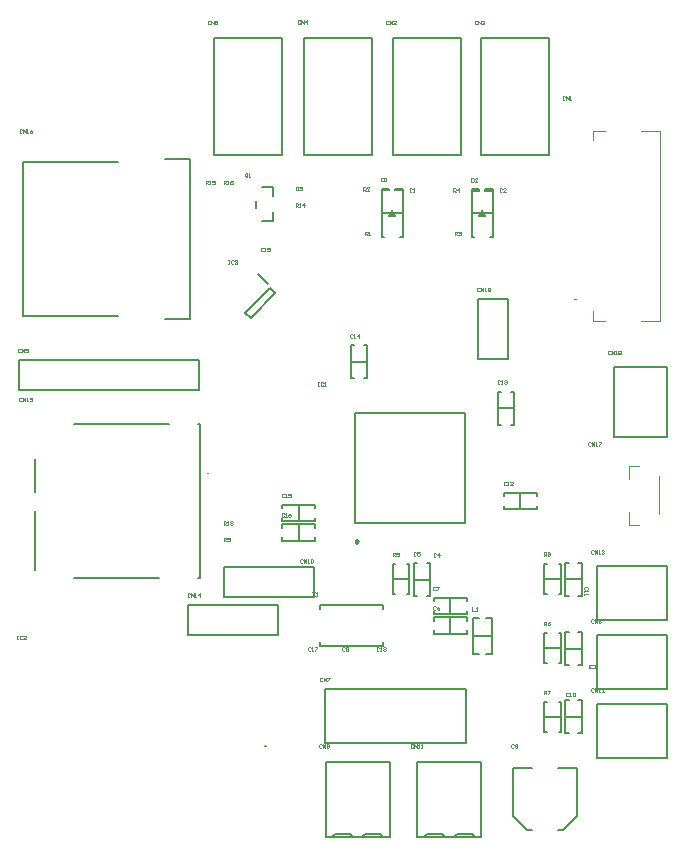
<source format=gto>
G04*
G04 #@! TF.GenerationSoftware,Altium Limited,Altium Designer,23.3.1 (30)*
G04*
G04 Layer_Color=65535*
%FSLAX25Y25*%
%MOIN*%
G70*
G04*
G04 #@! TF.SameCoordinates,6E427E01-6470-4732-AD83-5CA9447D70B9*
G04*
G04*
G04 #@! TF.FilePolarity,Positive*
G04*
G01*
G75*
%ADD10C,0.00984*%
%ADD11C,0.00394*%
%ADD12C,0.00787*%
%ADD13C,0.00591*%
%ADD14C,0.00200*%
D10*
X444071Y294583D02*
X443333Y295009D01*
Y294157D01*
X444071Y294583D01*
D11*
X516260Y375189D02*
X516653D01*
X516260D01*
X393815Y317484D02*
X394209D01*
X393815D01*
X534551Y300095D02*
Y304425D01*
Y300095D02*
X537701D01*
X534551Y315449D02*
Y319779D01*
X537701D01*
X544394Y303638D02*
Y316236D01*
X538307Y368102D02*
X544606D01*
Y431488D01*
X538307D02*
X544606D01*
X522590D02*
X526496D01*
X522559Y428382D02*
X522590Y431488D01*
X522559Y368102D02*
Y371287D01*
Y368102D02*
X526496D01*
D12*
X413346Y226500D02*
X412953D01*
X413346D01*
X412953D01*
X484100Y355300D02*
X494100D01*
X484100D02*
Y375300D01*
X494100D01*
Y355300D02*
Y375300D01*
X429500Y276000D02*
Y286000D01*
X399500Y276000D02*
X429500D01*
X399500D02*
Y286000D01*
X429500D01*
X410804Y383604D02*
X414145Y380264D01*
X406595Y370765D02*
X414735Y378905D01*
X406595Y370765D02*
X408265Y369095D01*
X416405Y377235D01*
X414735Y378905D02*
X416405Y377235D01*
X433004Y227476D02*
Y245193D01*
Y227476D02*
X480248D01*
Y245193D01*
X433004D02*
X480248D01*
X442988Y300783D02*
Y337398D01*
X479602D01*
Y300783D02*
Y337398D01*
X442988Y300783D02*
X479602D01*
X388090Y422138D02*
X388090Y368595D01*
X379823Y422138D02*
X388090D01*
X332579Y420957D02*
X364075D01*
X379823Y368595D02*
X388090D01*
X332579Y369776D02*
Y420957D01*
Y369776D02*
X364075D01*
X410244Y405819D02*
Y408181D01*
X412016Y412709D02*
X415756D01*
Y409756D02*
Y412709D01*
Y401291D02*
Y404244D01*
X412016Y401291D02*
X415756D01*
X507851Y423354D02*
Y462331D01*
X485212Y423354D02*
X507851D01*
X485212D02*
Y462331D01*
X507851D01*
X478350Y423354D02*
Y462331D01*
X455712Y423354D02*
X478350D01*
X455712D02*
Y462331D01*
X478350D01*
X391000Y345000D02*
Y355000D01*
X331000Y345000D02*
Y355000D01*
X391000D01*
X331000Y345000D02*
X391000D01*
X529307Y329323D02*
Y352551D01*
X547024D01*
Y329323D02*
Y352551D01*
X529307Y329323D02*
X547024D01*
X436500Y197000D02*
X441500D01*
X435500Y195902D02*
X436500Y197000D01*
X441500D02*
X442500Y195902D01*
X451500Y197000D02*
X452500Y195902D01*
X445500D02*
X446500Y197000D01*
X451500D01*
X433370Y221098D02*
X454236D01*
X433370Y195902D02*
Y221098D01*
Y195902D02*
X454630D01*
Y221098D01*
X454236D02*
X454630D01*
X467000Y197000D02*
X472000D01*
X466000Y195902D02*
X467000Y197000D01*
X472000D02*
X473000Y195902D01*
X482000Y197000D02*
X483000Y195902D01*
X476000D02*
X477000Y197000D01*
X482000D01*
X463870Y221098D02*
X484736D01*
X463870Y195902D02*
Y221098D01*
Y195902D02*
X485130D01*
Y221098D01*
X484736D02*
X485130D01*
X418851Y423354D02*
Y462331D01*
X396212Y423354D02*
X418851D01*
X396212D02*
Y462331D01*
X418851D01*
X448850Y423512D02*
Y462488D01*
X426212Y423512D02*
X448850D01*
X426212D02*
Y462488D01*
X448850D01*
X510831Y198264D02*
X512405D01*
X517130Y202988D01*
Y219130D01*
X510831D02*
X517130D01*
X500595Y198264D02*
X502169D01*
X495870Y202988D02*
X500595Y198264D01*
X495870Y202988D02*
Y219130D01*
X502169D01*
X452433Y259807D02*
Y260988D01*
X431567Y259807D02*
Y260988D01*
X452433Y272012D02*
Y273193D01*
X431567Y272012D02*
Y273193D01*
Y259807D02*
X452433D01*
X431567Y273193D02*
X452433D01*
X349327Y333823D02*
X381217D01*
X390665D02*
X391512D01*
Y282405D02*
Y333823D01*
X390665Y282405D02*
X391512D01*
X349327D02*
X377673D01*
X336276Y304571D02*
X336335Y284886D01*
X336276Y310870D02*
Y321894D01*
X523823Y286193D02*
X547051D01*
Y268476D02*
Y286193D01*
X523823Y268476D02*
X547051D01*
X523823D02*
Y286193D01*
Y240193D02*
X547051D01*
Y222476D02*
Y240193D01*
X523823Y222476D02*
X547051D01*
X523823D02*
Y240193D01*
X523886Y263193D02*
X547114D01*
Y245476D02*
Y263193D01*
X523886Y245476D02*
X547114D01*
X523886D02*
Y263193D01*
X387500Y263500D02*
X417500D01*
Y273500D01*
X387500D02*
X417500D01*
X387500Y263500D02*
Y273500D01*
X482350Y268905D02*
X484319Y268905D01*
X482350Y257095D02*
Y268905D01*
Y257095D02*
X484319Y257095D01*
X486681Y268905D02*
X488650Y268905D01*
Y257095D02*
Y268905D01*
X486681Y257095D02*
X488650Y257095D01*
X482350Y263000D02*
X488650D01*
D13*
X490744Y339000D02*
X496256D01*
X495075Y344512D02*
X496256D01*
Y333488D02*
Y344512D01*
X495075Y333488D02*
X496256D01*
X490744D02*
X491925D01*
X490744D02*
Y344512D01*
X491925D01*
X513244Y241669D02*
X514425D01*
X513244Y230646D02*
Y241669D01*
Y230646D02*
X514425D01*
X517575D02*
X518756D01*
Y241669D01*
X517575D02*
X518756D01*
X513244Y236157D02*
X518756D01*
X513244Y264354D02*
X514425D01*
X513244Y253331D02*
Y264354D01*
Y253331D02*
X514425D01*
X517575D02*
X518756D01*
Y264354D01*
X517575D02*
X518756D01*
X513244Y258842D02*
X518756D01*
X513244Y287512D02*
X514425D01*
X513244Y276488D02*
Y287512D01*
Y276488D02*
X514425D01*
X517575D02*
X518756D01*
Y287512D01*
X517575D02*
X518756D01*
X513244Y282000D02*
X518756D01*
X455744D02*
X461256D01*
X455744Y277000D02*
X456500D01*
X455744D02*
Y287000D01*
X456500D01*
X460500D02*
X461256D01*
Y277000D02*
Y287000D01*
X460500Y277000D02*
X461256D01*
X451957Y404134D02*
X459043D01*
X456500Y411634D02*
X459043D01*
Y396134D02*
Y411634D01*
X458256Y396134D02*
X459043D01*
X451957Y411634D02*
X454500D01*
X451957Y396134D02*
Y411634D01*
Y396134D02*
X452744D01*
X456500Y411634D02*
Y412134D01*
X459043D01*
Y411634D02*
Y412134D01*
X451957Y411634D02*
Y412134D01*
X454500D01*
Y411634D02*
Y412134D01*
X455500Y404134D02*
Y405134D01*
X454500Y403134D02*
X456500D01*
X454500D02*
X455500Y404134D01*
X456500Y403134D01*
X481957Y404000D02*
X489043D01*
X486500Y411500D02*
X489043D01*
Y396000D02*
Y411500D01*
X488256Y396000D02*
X489043D01*
X481957Y411500D02*
X484500D01*
X481957Y396000D02*
Y411500D01*
Y396000D02*
X482744D01*
X486500Y411500D02*
Y412000D01*
X489043D01*
Y411500D02*
Y412000D01*
X481957Y411500D02*
Y412000D01*
X484500D01*
Y411500D02*
Y412000D01*
X485500Y404000D02*
Y405000D01*
X484500Y403000D02*
X486500D01*
X484500D02*
X485500Y404000D01*
X486500Y403000D01*
X506244Y282059D02*
X511756D01*
X506244Y277059D02*
X507000D01*
X506244D02*
Y287059D01*
X507000D01*
X511000D02*
X511756D01*
Y277059D02*
Y287059D01*
X511000Y277059D02*
X511756D01*
X506244Y236000D02*
X511756D01*
X506244Y231000D02*
X507000D01*
X506244D02*
Y241000D01*
X507000D01*
X511000D02*
X511756D01*
Y231000D02*
Y241000D01*
X511000Y231000D02*
X511756D01*
X506244Y258941D02*
X511756D01*
X506244Y253941D02*
X507000D01*
X506244D02*
Y263941D01*
X507000D01*
X511000D02*
X511756D01*
Y253941D02*
Y263941D01*
X511000Y253941D02*
X511756D01*
X418831Y294744D02*
Y295925D01*
Y294744D02*
X429854D01*
Y295925D01*
Y299075D02*
Y300256D01*
X418831D02*
X429854D01*
X418831Y299075D02*
Y300256D01*
X424342Y294744D02*
Y300256D01*
X467075Y276331D02*
X468256D01*
Y287354D01*
X467075D02*
X468256D01*
X462744D02*
X463925D01*
X462744Y276331D02*
Y287354D01*
Y276331D02*
X463925D01*
X462744Y281842D02*
X468256D01*
X418831Y301244D02*
Y302425D01*
Y301244D02*
X429854D01*
Y302425D01*
Y305575D02*
Y306756D01*
X418831D02*
X429854D01*
X418831Y305575D02*
Y306756D01*
X424342Y301244D02*
Y306756D01*
X441644Y360012D02*
X442825D01*
X441644Y348988D02*
Y360012D01*
Y348988D02*
X442825D01*
X445975D02*
X447156D01*
Y360012D01*
X445975D02*
X447156D01*
X441644Y354500D02*
X447156D01*
X503669Y309575D02*
Y310756D01*
X492646D02*
X503669D01*
X492646Y309575D02*
Y310756D01*
Y305244D02*
Y306425D01*
Y305244D02*
X503669D01*
Y306425D01*
X498158Y305244D02*
Y310756D01*
X469331Y270244D02*
Y271425D01*
Y270244D02*
X480354D01*
Y271425D01*
Y274575D02*
Y275756D01*
X469331D02*
X480354D01*
X469331Y274575D02*
Y275756D01*
X474843Y270244D02*
Y275756D01*
X469331Y263744D02*
Y264925D01*
Y263744D02*
X480354D01*
Y264925D01*
Y268075D02*
Y269256D01*
X469331D02*
X480354D01*
X469331Y268075D02*
Y269256D01*
X474843Y263744D02*
Y269256D01*
D14*
X430700Y347600D02*
X431100D01*
X430900D01*
Y346400D01*
X430700D01*
X431100D01*
X432500Y347400D02*
X432300Y347600D01*
X431900D01*
X431700Y347400D01*
Y346600D01*
X431900Y346400D01*
X432300D01*
X432500Y346600D01*
X432900Y346400D02*
X433300D01*
X433100D01*
Y347600D01*
X432900Y347400D01*
X521700Y327400D02*
X521500Y327600D01*
X521101D01*
X520901Y327400D01*
Y326600D01*
X521101Y326400D01*
X521500D01*
X521700Y326600D01*
X522100Y326400D02*
Y327600D01*
X522900Y326400D01*
Y327600D01*
X523300Y326400D02*
X523700D01*
X523500D01*
Y327600D01*
X523300Y327400D01*
X524300Y327600D02*
X525099D01*
Y327400D01*
X524300Y326600D01*
Y326400D01*
X428900Y277700D02*
X429700Y276500D01*
Y277700D02*
X428900Y276500D01*
X430100D02*
X430500D01*
X430300D01*
Y277700D01*
X430100Y277500D01*
X399300Y413600D02*
Y414800D01*
X399900D01*
X400100Y414600D01*
Y414200D01*
X399900Y414000D01*
X399300D01*
X399700D02*
X400100Y413600D01*
X400500D02*
X400900D01*
X400700D01*
Y414800D01*
X400500Y414600D01*
X402299Y414800D02*
X401899Y414600D01*
X401499Y414200D01*
Y413800D01*
X401699Y413600D01*
X402099D01*
X402299Y413800D01*
Y414000D01*
X402099Y414200D01*
X401499D01*
X393300Y413600D02*
Y414800D01*
X393900D01*
X394100Y414600D01*
Y414200D01*
X393900Y414000D01*
X393300D01*
X393700D02*
X394100Y413600D01*
X394500D02*
X394900D01*
X394700D01*
Y414800D01*
X394500Y414600D01*
X396299Y414800D02*
X395499D01*
Y414200D01*
X395899Y414400D01*
X396099D01*
X396299Y414200D01*
Y413800D01*
X396099Y413600D01*
X395699D01*
X395499Y413800D01*
X423300Y406100D02*
Y407300D01*
X423900D01*
X424100Y407100D01*
Y406700D01*
X423900Y406500D01*
X423300D01*
X423700D02*
X424100Y406100D01*
X424500D02*
X424899D01*
X424699D01*
Y407300D01*
X424500Y407100D01*
X426099Y406100D02*
Y407300D01*
X425499Y406700D01*
X426299D01*
X399300Y300100D02*
Y301300D01*
X399900D01*
X400100Y301100D01*
Y300700D01*
X399900Y300500D01*
X399300D01*
X399700D02*
X400100Y300100D01*
X400500D02*
X400900D01*
X400700D01*
Y301300D01*
X400500Y301100D01*
X401499D02*
X401699Y301300D01*
X402099D01*
X402299Y301100D01*
Y300900D01*
X402099Y300700D01*
X401899D01*
X402099D01*
X402299Y300500D01*
Y300300D01*
X402099Y300100D01*
X401699D01*
X401499Y300300D01*
X399300Y294600D02*
Y295800D01*
X399900D01*
X400100Y295600D01*
Y295200D01*
X399900Y295000D01*
X399300D01*
X399700D02*
X400100Y294600D01*
X400500Y294800D02*
X400700Y294600D01*
X401099D01*
X401299Y294800D01*
Y295600D01*
X401099Y295800D01*
X400700D01*
X400500Y295600D01*
Y295400D01*
X400700Y295200D01*
X401299D01*
X506100Y289700D02*
Y290900D01*
X506700D01*
X506900Y290700D01*
Y290300D01*
X506700Y290100D01*
X506100D01*
X506500D02*
X506900Y289700D01*
X507300Y290700D02*
X507500Y290900D01*
X507899D01*
X508099Y290700D01*
Y290500D01*
X507899Y290300D01*
X508099Y290100D01*
Y289900D01*
X507899Y289700D01*
X507500D01*
X507300Y289900D01*
Y290100D01*
X507500Y290300D01*
X507300Y290500D01*
Y290700D01*
X507500Y290300D02*
X507899D01*
X506100Y243600D02*
Y244800D01*
X506700D01*
X506900Y244600D01*
Y244200D01*
X506700Y244000D01*
X506100D01*
X506500D02*
X506900Y243600D01*
X507300Y244800D02*
X508099D01*
Y244600D01*
X507300Y243800D01*
Y243600D01*
X506100Y266600D02*
Y267800D01*
X506700D01*
X506900Y267600D01*
Y267200D01*
X506700Y267000D01*
X506100D01*
X506500D02*
X506900Y266600D01*
X508099Y267800D02*
X507699Y267600D01*
X507300Y267200D01*
Y266800D01*
X507500Y266600D01*
X507899D01*
X508099Y266800D01*
Y267000D01*
X507899Y267200D01*
X507300D01*
X455600Y289600D02*
Y290800D01*
X456200D01*
X456400Y290600D01*
Y290200D01*
X456200Y290000D01*
X455600D01*
X456000D02*
X456400Y289600D01*
X457599Y290800D02*
X456800D01*
Y290200D01*
X457199Y290400D01*
X457399D01*
X457599Y290200D01*
Y289800D01*
X457399Y289600D01*
X456999D01*
X456800Y289800D01*
X475800Y411100D02*
Y412300D01*
X476400D01*
X476600Y412100D01*
Y411700D01*
X476400Y411500D01*
X475800D01*
X476200D02*
X476600Y411100D01*
X477599D02*
Y412300D01*
X477000Y411700D01*
X477799D01*
X476300Y396600D02*
Y397800D01*
X476900D01*
X477100Y397600D01*
Y397200D01*
X476900Y397000D01*
X476300D01*
X476700D02*
X477100Y396600D01*
X477500Y397600D02*
X477700Y397800D01*
X478099D01*
X478299Y397600D01*
Y397400D01*
X478099Y397200D01*
X477900D01*
X478099D01*
X478299Y397000D01*
Y396800D01*
X478099Y396600D01*
X477700D01*
X477500Y396800D01*
X445800Y411400D02*
Y412600D01*
X446400D01*
X446600Y412400D01*
Y412000D01*
X446400Y411800D01*
X445800D01*
X446200D02*
X446600Y411400D01*
X447799D02*
X447000D01*
X447799Y412200D01*
Y412400D01*
X447599Y412600D01*
X447199D01*
X447000Y412400D01*
X446500Y396600D02*
Y397800D01*
X447100D01*
X447300Y397600D01*
Y397200D01*
X447100Y397000D01*
X446500D01*
X446900D02*
X447300Y396600D01*
X447700D02*
X448100D01*
X447899D01*
Y397800D01*
X447700Y397600D01*
X407200Y416200D02*
Y417000D01*
X407000Y417200D01*
X406600D01*
X406400Y417000D01*
Y416200D01*
X406600Y416000D01*
X407000D01*
X406800Y416400D02*
X407200Y416000D01*
X407000D02*
X407200Y416200D01*
X407600Y416000D02*
X408000D01*
X407799D01*
Y417200D01*
X407600Y417000D01*
X482200Y272700D02*
Y271500D01*
X483000D01*
X483400D02*
X483800D01*
X483600D01*
Y272700D01*
X483400Y272500D01*
X400800Y388300D02*
X401200D01*
X401000D01*
Y387100D01*
X400800D01*
X401200D01*
X402599Y388100D02*
X402399Y388300D01*
X402000D01*
X401800Y388100D01*
Y387300D01*
X402000Y387100D01*
X402399D01*
X402599Y387300D01*
X402999Y388100D02*
X403199Y388300D01*
X403599D01*
X403799Y388100D01*
Y387900D01*
X403599Y387700D01*
X403399D01*
X403599D01*
X403799Y387500D01*
Y387300D01*
X403599Y387100D01*
X403199D01*
X402999Y387300D01*
X330300Y263100D02*
X330700D01*
X330500D01*
Y261900D01*
X330300D01*
X330700D01*
X332099Y262900D02*
X331899Y263100D01*
X331500D01*
X331300Y262900D01*
Y262100D01*
X331500Y261900D01*
X331899D01*
X332099Y262100D01*
X333299Y261900D02*
X332499D01*
X333299Y262700D01*
Y262900D01*
X333099Y263100D01*
X332699D01*
X332499Y262900D01*
X423300Y412800D02*
Y411600D01*
X423900D01*
X424100Y411800D01*
Y412600D01*
X423900Y412800D01*
X423300D01*
X424500Y412600D02*
X424699Y412800D01*
X425099D01*
X425299Y412600D01*
Y412400D01*
X425099Y412200D01*
X424899D01*
X425099D01*
X425299Y412000D01*
Y411800D01*
X425099Y411600D01*
X424699D01*
X424500Y411800D01*
X481900Y415700D02*
Y414500D01*
X482500D01*
X482700Y414700D01*
Y415500D01*
X482500Y415700D01*
X481900D01*
X483899Y414500D02*
X483100D01*
X483899Y415300D01*
Y415500D01*
X483699Y415700D01*
X483299D01*
X483100Y415500D01*
X451900Y415800D02*
Y414600D01*
X452500D01*
X452700Y414800D01*
Y415600D01*
X452500Y415800D01*
X451900D01*
X453100Y414600D02*
X453500D01*
X453300D01*
Y415800D01*
X453100Y415600D01*
X484700Y378900D02*
X484500Y379100D01*
X484100D01*
X483900Y378900D01*
Y378100D01*
X484100Y377900D01*
X484500D01*
X484700Y378100D01*
X485100Y377900D02*
Y379100D01*
X485899Y377900D01*
Y379100D01*
X486299Y377900D02*
X486699D01*
X486499D01*
Y379100D01*
X486299Y378900D01*
X487299Y378100D02*
X487499Y377900D01*
X487899D01*
X488099Y378100D01*
Y378900D01*
X487899Y379100D01*
X487499D01*
X487299Y378900D01*
Y378700D01*
X487499Y378500D01*
X488099D01*
X528300Y357900D02*
X528100Y358100D01*
X527700D01*
X527500Y357900D01*
Y357100D01*
X527700Y356900D01*
X528100D01*
X528300Y357100D01*
X528700Y356900D02*
Y358100D01*
X529499Y356900D01*
Y358100D01*
X529899Y356900D02*
X530299D01*
X530099D01*
Y358100D01*
X529899Y357900D01*
X530899D02*
X531099Y358100D01*
X531499D01*
X531699Y357900D01*
Y357700D01*
X531499Y357500D01*
X531699Y357300D01*
Y357100D01*
X531499Y356900D01*
X531099D01*
X530899Y357100D01*
Y357300D01*
X531099Y357500D01*
X530899Y357700D01*
Y357900D01*
X531099Y357500D02*
X531499D01*
X332100Y431700D02*
X331900Y431900D01*
X331500D01*
X331300Y431700D01*
Y430900D01*
X331500Y430700D01*
X331900D01*
X332100Y430900D01*
X332500Y430700D02*
Y431900D01*
X333299Y430700D01*
Y431900D01*
X333699Y430700D02*
X334099D01*
X333899D01*
Y431900D01*
X333699Y431700D01*
X335499Y431900D02*
X335099Y431700D01*
X334699Y431300D01*
Y430900D01*
X334899Y430700D01*
X335299D01*
X335499Y430900D01*
Y431100D01*
X335299Y431300D01*
X334699D01*
X332000Y342300D02*
X331800Y342500D01*
X331400D01*
X331200Y342300D01*
Y341500D01*
X331400Y341300D01*
X331800D01*
X332000Y341500D01*
X332400Y341300D02*
Y342500D01*
X333199Y341300D01*
Y342500D01*
X333599Y341300D02*
X333999D01*
X333799D01*
Y342500D01*
X333599Y342300D01*
X335399Y342500D02*
X334599D01*
Y341900D01*
X334999Y342100D01*
X335199D01*
X335399Y341900D01*
Y341500D01*
X335199Y341300D01*
X334799D01*
X334599Y341500D01*
X388100Y277100D02*
X387900Y277300D01*
X387500D01*
X387300Y277100D01*
Y276300D01*
X387500Y276100D01*
X387900D01*
X388100Y276300D01*
X388500Y276100D02*
Y277300D01*
X389299Y276100D01*
Y277300D01*
X389699Y276100D02*
X390099D01*
X389899D01*
Y277300D01*
X389699Y277100D01*
X391299Y276100D02*
Y277300D01*
X390699Y276700D01*
X391499D01*
X522700Y291400D02*
X522500Y291600D01*
X522100D01*
X521900Y291400D01*
Y290600D01*
X522100Y290400D01*
X522500D01*
X522700Y290600D01*
X523100Y290400D02*
Y291600D01*
X523899Y290400D01*
Y291600D01*
X524299Y290400D02*
X524699D01*
X524499D01*
Y291600D01*
X524299Y291400D01*
X525299D02*
X525499Y291600D01*
X525899D01*
X526099Y291400D01*
Y291200D01*
X525899Y291000D01*
X525699D01*
X525899D01*
X526099Y290800D01*
Y290600D01*
X525899Y290400D01*
X525499D01*
X525299Y290600D01*
X522700Y245400D02*
X522500Y245600D01*
X522100D01*
X521900Y245400D01*
Y244600D01*
X522100Y244400D01*
X522500D01*
X522700Y244600D01*
X523100Y244400D02*
Y245600D01*
X523899Y244400D01*
Y245600D01*
X524299Y244400D02*
X524699D01*
X524499D01*
Y245600D01*
X524299Y245400D01*
X526099Y244400D02*
X525299D01*
X526099Y245200D01*
Y245400D01*
X525899Y245600D01*
X525499D01*
X525299Y245400D01*
X462500Y226700D02*
X462300Y226900D01*
X461900D01*
X461700Y226700D01*
Y225900D01*
X461900Y225700D01*
X462300D01*
X462500Y225900D01*
X462900Y225700D02*
Y226900D01*
X463699Y225700D01*
Y226900D01*
X464099Y225700D02*
X464499D01*
X464299D01*
Y226900D01*
X464099Y226700D01*
X465099Y225700D02*
X465499D01*
X465299D01*
Y226900D01*
X465099Y226700D01*
X425700Y288400D02*
X425500Y288600D01*
X425101D01*
X424901Y288400D01*
Y287600D01*
X425101Y287400D01*
X425500D01*
X425700Y287600D01*
X426100Y287400D02*
Y288600D01*
X426900Y287400D01*
Y288600D01*
X427300Y287400D02*
X427700D01*
X427500D01*
Y288600D01*
X427300Y288400D01*
X428300D02*
X428500Y288600D01*
X428899D01*
X429099Y288400D01*
Y287600D01*
X428899Y287400D01*
X428500D01*
X428300Y287600D01*
Y288400D01*
X331600Y358600D02*
X331400Y358800D01*
X331000D01*
X330800Y358600D01*
Y357800D01*
X331000Y357600D01*
X331400D01*
X331600Y357800D01*
X332000Y357600D02*
Y358800D01*
X332799Y357600D01*
Y358800D01*
X333199Y357800D02*
X333399Y357600D01*
X333799D01*
X333999Y357800D01*
Y358600D01*
X333799Y358800D01*
X333399D01*
X333199Y358600D01*
Y358400D01*
X333399Y358200D01*
X333999D01*
X432000Y226700D02*
X431800Y226900D01*
X431400D01*
X431200Y226700D01*
Y225900D01*
X431400Y225700D01*
X431800D01*
X432000Y225900D01*
X432400Y225700D02*
Y226900D01*
X433199Y225700D01*
Y226900D01*
X433599Y226700D02*
X433799Y226900D01*
X434199D01*
X434399Y226700D01*
Y226500D01*
X434199Y226300D01*
X434399Y226100D01*
Y225900D01*
X434199Y225700D01*
X433799D01*
X433599Y225900D01*
Y226100D01*
X433799Y226300D01*
X433599Y226500D01*
Y226700D01*
X433799Y226300D02*
X434199D01*
X432200Y248900D02*
X432000Y249100D01*
X431601D01*
X431400Y248900D01*
Y248100D01*
X431601Y247900D01*
X432000D01*
X432200Y248100D01*
X432600Y247900D02*
Y249100D01*
X433400Y247900D01*
Y249100D01*
X433800D02*
X434599D01*
Y248900D01*
X433800Y248100D01*
Y247900D01*
X522700Y268400D02*
X522500Y268600D01*
X522100D01*
X521900Y268400D01*
Y267600D01*
X522100Y267400D01*
X522500D01*
X522700Y267600D01*
X523100Y267400D02*
Y268600D01*
X523899Y267400D01*
Y268600D01*
X525099D02*
X524699Y268400D01*
X524299Y268000D01*
Y267600D01*
X524499Y267400D01*
X524899D01*
X525099Y267600D01*
Y267800D01*
X524899Y268000D01*
X524299D01*
X394800Y467900D02*
X394600Y468100D01*
X394200D01*
X394000Y467900D01*
Y467100D01*
X394200Y466900D01*
X394600D01*
X394800Y467100D01*
X395200Y466900D02*
Y468100D01*
X395999Y466900D01*
Y468100D01*
X397199D02*
X396399D01*
Y467500D01*
X396799Y467700D01*
X396999D01*
X397199Y467500D01*
Y467100D01*
X396999Y466900D01*
X396599D01*
X396399Y467100D01*
X424800Y468100D02*
X424600Y468300D01*
X424200D01*
X424000Y468100D01*
Y467300D01*
X424200Y467100D01*
X424600D01*
X424800Y467300D01*
X425200Y467100D02*
Y468300D01*
X425999Y467100D01*
Y468300D01*
X426999Y467100D02*
Y468300D01*
X426399Y467700D01*
X427199D01*
X483800Y467900D02*
X483600Y468100D01*
X483200D01*
X483000Y467900D01*
Y467100D01*
X483200Y466900D01*
X483600D01*
X483800Y467100D01*
X484200Y466900D02*
Y468100D01*
X484999Y466900D01*
Y468100D01*
X485399Y467900D02*
X485599Y468100D01*
X485999D01*
X486199Y467900D01*
Y467700D01*
X485999Y467500D01*
X485799D01*
X485999D01*
X486199Y467300D01*
Y467100D01*
X485999Y466900D01*
X485599D01*
X485399Y467100D01*
X454300Y467900D02*
X454100Y468100D01*
X453700D01*
X453500Y467900D01*
Y467100D01*
X453700Y466900D01*
X454100D01*
X454300Y467100D01*
X454700Y466900D02*
Y468100D01*
X455499Y466900D01*
Y468100D01*
X456699Y466900D02*
X455899D01*
X456699Y467700D01*
Y467900D01*
X456499Y468100D01*
X456099D01*
X455899Y467900D01*
X513100Y442800D02*
X512900Y443000D01*
X512500D01*
X512300Y442800D01*
Y442000D01*
X512500Y441800D01*
X512900D01*
X513100Y442000D01*
X513500Y441800D02*
Y443000D01*
X514299Y441800D01*
Y443000D01*
X514699Y441800D02*
X515099D01*
X514899D01*
Y443000D01*
X514699Y442800D01*
X412400Y392300D02*
X412200Y392500D01*
X411800D01*
X411600Y392300D01*
Y391500D01*
X411800Y391300D01*
X412200D01*
X412400Y391500D01*
X412800Y391300D02*
X413200D01*
X412999D01*
Y392500D01*
X412800Y392300D01*
X413799Y391500D02*
X413999Y391300D01*
X414399D01*
X414599Y391500D01*
Y392300D01*
X414399Y392500D01*
X413999D01*
X413799Y392300D01*
Y392100D01*
X413999Y391900D01*
X414599D01*
X451100Y259100D02*
X450900Y259300D01*
X450500D01*
X450300Y259100D01*
Y258300D01*
X450500Y258100D01*
X450900D01*
X451100Y258300D01*
X451500Y258100D02*
X451899D01*
X451699D01*
Y259300D01*
X451500Y259100D01*
X452499D02*
X452699Y259300D01*
X453099D01*
X453299Y259100D01*
Y258900D01*
X453099Y258700D01*
X453299Y258500D01*
Y258300D01*
X453099Y258100D01*
X452699D01*
X452499Y258300D01*
Y258500D01*
X452699Y258700D01*
X452499Y258900D01*
Y259100D01*
X452699Y258700D02*
X453099D01*
X428300Y259100D02*
X428100Y259300D01*
X427700D01*
X427500Y259100D01*
Y258300D01*
X427700Y258100D01*
X428100D01*
X428300Y258300D01*
X428700Y258100D02*
X429100D01*
X428899D01*
Y259300D01*
X428700Y259100D01*
X429699Y259300D02*
X430499D01*
Y259100D01*
X429699Y258300D01*
Y258100D01*
X419500Y303800D02*
X419300Y304000D01*
X418900D01*
X418700Y303800D01*
Y303000D01*
X418900Y302800D01*
X419300D01*
X419500Y303000D01*
X419900Y302800D02*
X420299D01*
X420099D01*
Y304000D01*
X419900Y303800D01*
X421699Y304000D02*
X421299Y303800D01*
X420899Y303400D01*
Y303000D01*
X421099Y302800D01*
X421499D01*
X421699Y303000D01*
Y303200D01*
X421499Y303400D01*
X420899D01*
X419500Y310300D02*
X419300Y310500D01*
X418900D01*
X418700Y310300D01*
Y309500D01*
X418900Y309300D01*
X419300D01*
X419500Y309500D01*
X419900Y309300D02*
X420299D01*
X420099D01*
Y310500D01*
X419900Y310300D01*
X421699Y310500D02*
X420899D01*
Y309900D01*
X421299Y310100D01*
X421499D01*
X421699Y309900D01*
Y309500D01*
X421499Y309300D01*
X421099D01*
X420899Y309500D01*
X442300Y363500D02*
X442100Y363700D01*
X441700D01*
X441500Y363500D01*
Y362700D01*
X441700Y362500D01*
X442100D01*
X442300Y362700D01*
X442700Y362500D02*
X443099D01*
X442900D01*
Y363700D01*
X442700Y363500D01*
X444299Y362500D02*
Y363700D01*
X443699Y363100D01*
X444499D01*
X491400Y348000D02*
X491200Y348200D01*
X490800D01*
X490600Y348000D01*
Y347200D01*
X490800Y347000D01*
X491200D01*
X491400Y347200D01*
X491800Y347000D02*
X492200D01*
X491999D01*
Y348200D01*
X491800Y348000D01*
X492799D02*
X492999Y348200D01*
X493399D01*
X493599Y348000D01*
Y347800D01*
X493399Y347600D01*
X493199D01*
X493399D01*
X493599Y347400D01*
Y347200D01*
X493399Y347000D01*
X492999D01*
X492799Y347200D01*
X493400Y314300D02*
X493200Y314500D01*
X492800D01*
X492600Y314300D01*
Y313500D01*
X492800Y313300D01*
X493200D01*
X493400Y313500D01*
X493800Y313300D02*
X494200D01*
X493999D01*
Y314500D01*
X493800Y314300D01*
X495599Y313300D02*
X494799D01*
X495599Y314100D01*
Y314300D01*
X495399Y314500D01*
X494999D01*
X494799Y314300D01*
X520400Y278500D02*
X520600Y278700D01*
Y279100D01*
X520400Y279300D01*
X519600D01*
X519400Y279100D01*
Y278700D01*
X519600Y278500D01*
X519400Y278100D02*
Y277700D01*
Y277900D01*
X520600D01*
X520400Y278100D01*
X519400Y277100D02*
Y276700D01*
Y276900D01*
X520600D01*
X520400Y277100D01*
X514300Y243900D02*
X514100Y244100D01*
X513700D01*
X513500Y243900D01*
Y243100D01*
X513700Y242900D01*
X514100D01*
X514300Y243100D01*
X514700Y242900D02*
X515100D01*
X514900D01*
Y244100D01*
X514700Y243900D01*
X515700D02*
X515900Y244100D01*
X516300D01*
X516500Y243900D01*
Y243100D01*
X516300Y242900D01*
X515900D01*
X515700Y243100D01*
Y243900D01*
X439600Y259100D02*
X439400Y259300D01*
X439000D01*
X438800Y259100D01*
Y258300D01*
X439000Y258100D01*
X439400D01*
X439600Y258300D01*
X440000D02*
X440200Y258100D01*
X440599D01*
X440799Y258300D01*
Y259100D01*
X440599Y259300D01*
X440200D01*
X440000Y259100D01*
Y258900D01*
X440200Y258700D01*
X440799D01*
X496000Y226800D02*
X495800Y227000D01*
X495400D01*
X495200Y226800D01*
Y226000D01*
X495400Y225800D01*
X495800D01*
X496000Y226000D01*
X496400Y226800D02*
X496599Y227000D01*
X496999D01*
X497199Y226800D01*
Y226600D01*
X496999Y226400D01*
X497199Y226200D01*
Y226000D01*
X496999Y225800D01*
X496599D01*
X496400Y226000D01*
Y226200D01*
X496599Y226400D01*
X496400Y226600D01*
Y226800D01*
X496599Y226400D02*
X496999D01*
X470000Y279300D02*
X469800Y279500D01*
X469400D01*
X469200Y279300D01*
Y278500D01*
X469400Y278300D01*
X469800D01*
X470000Y278500D01*
X470400Y279500D02*
X471199D01*
Y279300D01*
X470400Y278500D01*
Y278300D01*
X470000Y272800D02*
X469800Y273000D01*
X469400D01*
X469200Y272800D01*
Y272000D01*
X469400Y271800D01*
X469800D01*
X470000Y272000D01*
X471199Y273000D02*
X470799Y272800D01*
X470400Y272400D01*
Y272000D01*
X470600Y271800D01*
X470999D01*
X471199Y272000D01*
Y272200D01*
X470999Y272400D01*
X470400D01*
X463400Y290800D02*
X463200Y291000D01*
X462800D01*
X462600Y290800D01*
Y290000D01*
X462800Y289800D01*
X463200D01*
X463400Y290000D01*
X464599Y291000D02*
X463800D01*
Y290400D01*
X464199Y290600D01*
X464399D01*
X464599Y290400D01*
Y290000D01*
X464399Y289800D01*
X464000D01*
X463800Y290000D01*
X470100Y290400D02*
X469900Y290600D01*
X469500D01*
X469300Y290400D01*
Y289600D01*
X469500Y289400D01*
X469900D01*
X470100Y289600D01*
X471099Y289400D02*
Y290600D01*
X470500Y290000D01*
X471299D01*
X522200Y252443D02*
X522400Y252243D01*
X522800D01*
X523000Y252443D01*
Y253242D01*
X522800Y253442D01*
X522400D01*
X522200Y253242D01*
X521800Y252443D02*
X521600Y252243D01*
X521200D01*
X521000Y252443D01*
Y252643D01*
X521200Y252842D01*
X521400D01*
X521200D01*
X521000Y253043D01*
Y253242D01*
X521200Y253442D01*
X521600D01*
X521800Y253242D01*
X492100Y412100D02*
X491900Y412300D01*
X491500D01*
X491300Y412100D01*
Y411300D01*
X491500Y411100D01*
X491900D01*
X492100Y411300D01*
X493299Y411100D02*
X492500D01*
X493299Y411900D01*
Y412100D01*
X493099Y412300D01*
X492699D01*
X492500Y412100D01*
X462100D02*
X461900Y412300D01*
X461500D01*
X461300Y412100D01*
Y411300D01*
X461500Y411100D01*
X461900D01*
X462100Y411300D01*
X462500Y411100D02*
X462899D01*
X462700D01*
Y412300D01*
X462500Y412100D01*
M02*

</source>
